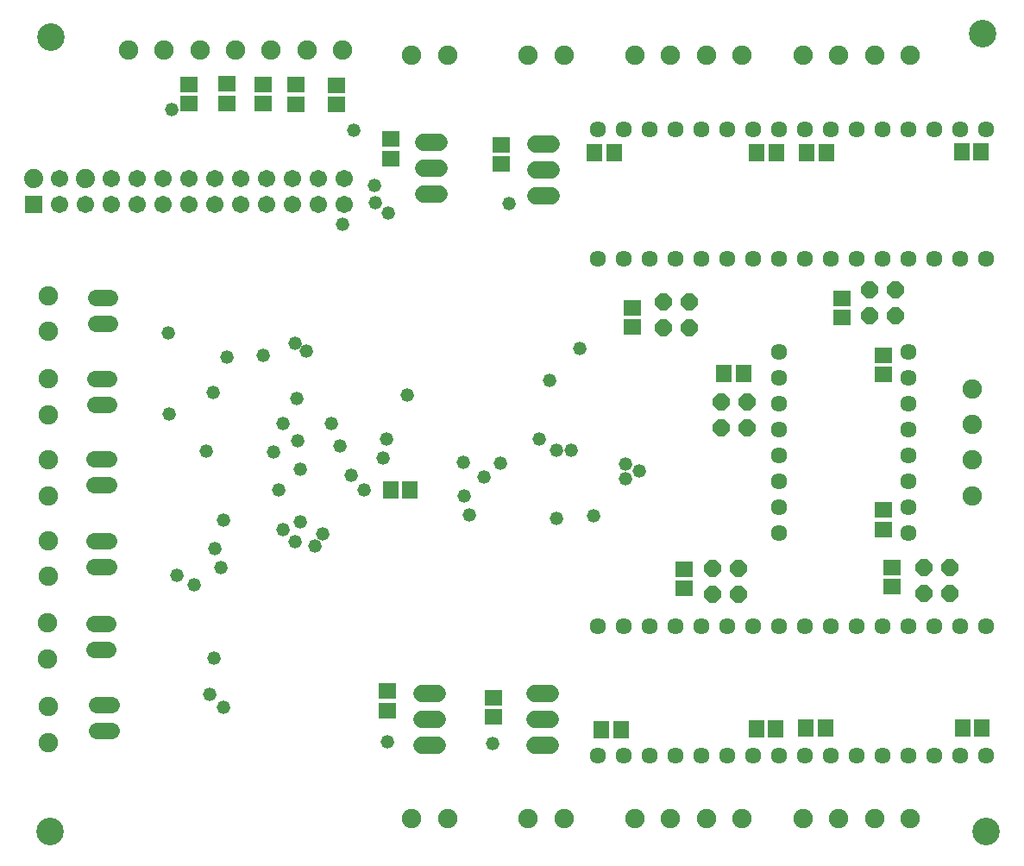
<source format=gbs>
G75*
%MOIN*%
%OFA0B0*%
%FSLAX24Y24*%
%IPPOS*%
%LPD*%
%AMOC8*
5,1,8,0,0,1.08239X$1,22.5*
%
%ADD10R,0.0674X0.0674*%
%ADD11C,0.0740*%
%ADD12C,0.0674*%
%ADD13C,0.0634*%
%ADD14R,0.0671X0.0592*%
%ADD15OC8,0.0640*%
%ADD16R,0.0592X0.0671*%
%ADD17C,0.0749*%
%ADD18C,0.0640*%
%ADD19C,0.0680*%
%ADD20C,0.1064*%
%ADD21C,0.0520*%
D10*
X006960Y026188D03*
D11*
X006960Y027188D03*
X008960Y027188D03*
D12*
X007960Y027188D03*
X007960Y026188D03*
X008960Y026188D03*
X009960Y026188D03*
X009960Y027188D03*
X010960Y027188D03*
X011960Y027188D03*
X012960Y027188D03*
X013960Y027188D03*
X014960Y027188D03*
X015960Y027188D03*
X015960Y026188D03*
X014960Y026188D03*
X013960Y026188D03*
X012960Y026188D03*
X011960Y026188D03*
X010960Y026188D03*
X016960Y026188D03*
X017960Y026188D03*
X018960Y026188D03*
X018960Y027188D03*
X017960Y027188D03*
X016960Y027188D03*
D13*
X028748Y029073D03*
X029748Y029073D03*
X030748Y029073D03*
X031748Y029073D03*
X032748Y029073D03*
X033748Y029073D03*
X034748Y029073D03*
X035748Y029073D03*
X036748Y029073D03*
X037748Y029073D03*
X038748Y029073D03*
X039748Y029073D03*
X040748Y029073D03*
X041748Y029073D03*
X042748Y029073D03*
X043748Y029073D03*
X043748Y024073D03*
X042748Y024073D03*
X041748Y024073D03*
X040748Y024073D03*
X039748Y024073D03*
X038748Y024073D03*
X037748Y024073D03*
X036748Y024073D03*
X035748Y024073D03*
X034748Y024073D03*
X033748Y024073D03*
X032748Y024073D03*
X031748Y024073D03*
X030748Y024073D03*
X029748Y024073D03*
X028748Y024073D03*
X035748Y020482D03*
X035748Y019482D03*
X035748Y018482D03*
X035748Y017482D03*
X035748Y016482D03*
X035748Y015482D03*
X035748Y014482D03*
X035748Y013482D03*
X035748Y009892D03*
X034748Y009892D03*
X033748Y009892D03*
X032748Y009892D03*
X031748Y009892D03*
X030748Y009892D03*
X029748Y009892D03*
X028748Y009892D03*
X028748Y004892D03*
X029748Y004892D03*
X030748Y004892D03*
X031748Y004892D03*
X032748Y004892D03*
X033748Y004892D03*
X034748Y004892D03*
X035748Y004892D03*
X036748Y004892D03*
X037748Y004892D03*
X038748Y004892D03*
X039748Y004892D03*
X040748Y004892D03*
X041748Y004892D03*
X042748Y004892D03*
X043748Y004892D03*
X043748Y009892D03*
X042748Y009892D03*
X041748Y009892D03*
X040748Y009892D03*
X039748Y009892D03*
X038748Y009892D03*
X037748Y009892D03*
X036748Y009892D03*
X040748Y013482D03*
X040748Y014482D03*
X040748Y015482D03*
X040748Y016482D03*
X040748Y017482D03*
X040748Y018482D03*
X040748Y019482D03*
X040748Y020482D03*
D14*
X039788Y020358D03*
X039788Y019610D03*
X038195Y021805D03*
X038195Y022553D03*
X030095Y022189D03*
X030095Y021441D03*
X025018Y027735D03*
X025018Y028483D03*
X020752Y028697D03*
X020752Y027949D03*
X018662Y030038D03*
X018662Y030786D03*
X017075Y030807D03*
X017075Y030059D03*
X015823Y030071D03*
X015823Y030819D03*
X014420Y030838D03*
X014420Y030090D03*
X012963Y030073D03*
X012963Y030821D03*
X032067Y012088D03*
X032067Y011340D03*
X024713Y007122D03*
X024713Y006374D03*
X020624Y006620D03*
X020624Y007368D03*
X040105Y011411D03*
X040105Y012159D03*
X039783Y013621D03*
X039783Y014369D03*
D15*
X041355Y012142D03*
X042355Y012142D03*
X042355Y011142D03*
X041355Y011142D03*
X034166Y011122D03*
X033166Y011122D03*
X033166Y012122D03*
X034166Y012122D03*
X034520Y017545D03*
X033520Y017545D03*
X033520Y018545D03*
X034520Y018545D03*
X032295Y021416D03*
X031295Y021416D03*
X031295Y022416D03*
X032295Y022416D03*
X039248Y022876D03*
X039248Y021876D03*
X040248Y021876D03*
X040248Y022876D03*
D16*
X034368Y019658D03*
X033620Y019658D03*
X034888Y028186D03*
X035636Y028186D03*
X036829Y028168D03*
X037577Y028168D03*
X042806Y028199D03*
X043554Y028199D03*
X029372Y028187D03*
X028624Y028187D03*
X021497Y015142D03*
X020749Y015142D03*
X028896Y005891D03*
X029644Y005891D03*
X034869Y005906D03*
X035617Y005906D03*
X036796Y005927D03*
X037544Y005927D03*
X042836Y005934D03*
X043584Y005934D03*
D17*
X040815Y002431D03*
X039437Y002431D03*
X038059Y002431D03*
X036681Y002431D03*
X034315Y002431D03*
X032937Y002431D03*
X031559Y002431D03*
X030181Y002431D03*
X027437Y002431D03*
X026059Y002431D03*
X022937Y002431D03*
X021559Y002431D03*
X007500Y005392D03*
X007500Y006770D03*
X007494Y008619D03*
X007494Y009997D03*
X007511Y011808D03*
X007511Y013185D03*
X007513Y014924D03*
X007513Y016302D03*
X007501Y018050D03*
X007501Y019428D03*
X007515Y021263D03*
X007515Y022641D03*
X010619Y032159D03*
X011997Y032159D03*
X013375Y032159D03*
X014753Y032159D03*
X016131Y032159D03*
X017509Y032159D03*
X018887Y032159D03*
X021559Y031927D03*
X022937Y031927D03*
X026059Y031927D03*
X027437Y031927D03*
X030181Y031927D03*
X031559Y031927D03*
X032937Y031927D03*
X034315Y031927D03*
X036681Y031927D03*
X038059Y031927D03*
X039437Y031927D03*
X040815Y031927D03*
X043209Y019049D03*
X043209Y017671D03*
X043209Y016293D03*
X043209Y014915D03*
D18*
X009842Y015334D02*
X009282Y015334D01*
X009282Y016334D02*
X009842Y016334D01*
X009860Y018439D02*
X009300Y018439D01*
X009300Y019439D02*
X009860Y019439D01*
X009897Y021577D02*
X009337Y021577D01*
X009337Y022577D02*
X009897Y022577D01*
X009844Y013182D02*
X009284Y013182D01*
X009284Y012182D02*
X009844Y012182D01*
X009829Y009992D02*
X009269Y009992D01*
X009269Y008992D02*
X009829Y008992D01*
X009938Y006845D02*
X009378Y006845D01*
X009378Y005845D02*
X009938Y005845D01*
D19*
X021948Y006272D02*
X022548Y006272D01*
X022548Y007272D02*
X021948Y007272D01*
X021948Y005272D02*
X022548Y005272D01*
X026323Y005267D02*
X026923Y005267D01*
X026923Y006267D02*
X026323Y006267D01*
X026323Y007267D02*
X026923Y007267D01*
X026964Y026515D02*
X026364Y026515D01*
X026364Y027515D02*
X026964Y027515D01*
X026964Y028515D02*
X026364Y028515D01*
X022611Y028581D02*
X022011Y028581D01*
X022011Y027581D02*
X022611Y027581D01*
X022611Y026581D02*
X022011Y026581D01*
D20*
X007595Y001946D03*
X043735Y001939D03*
X043615Y032760D03*
X007605Y032658D03*
D21*
X012279Y029859D03*
X018885Y025418D03*
X020154Y026232D03*
X020632Y025844D03*
X020124Y026893D03*
X019299Y029040D03*
X025305Y026204D03*
X028038Y020623D03*
X026877Y019365D03*
X026469Y017098D03*
X027152Y016683D03*
X027718Y016679D03*
X029823Y016150D03*
X030353Y015860D03*
X029823Y015565D03*
X028568Y014141D03*
X027143Y014034D03*
X024967Y016191D03*
X024342Y015654D03*
X023550Y016215D03*
X023568Y014904D03*
X023777Y014174D03*
X020436Y016387D03*
X020591Y017100D03*
X018774Y016832D03*
X018464Y017702D03*
X017137Y017046D03*
X016593Y017713D03*
X017106Y018680D03*
X015799Y020332D03*
X017035Y020816D03*
X017474Y020518D03*
X014400Y020269D03*
X013885Y018915D03*
X012190Y018074D03*
X013606Y016639D03*
X016225Y016594D03*
X017249Y015942D03*
X016426Y015152D03*
X017249Y013919D03*
X016590Y013622D03*
X017044Y013140D03*
X017799Y012976D03*
X018105Y013454D03*
X019715Y015149D03*
X019204Y015694D03*
X021367Y018809D03*
X014281Y013986D03*
X013942Y012889D03*
X014183Y012144D03*
X013142Y011492D03*
X012482Y011848D03*
X013931Y008642D03*
X013740Y007228D03*
X014276Y006753D03*
X020624Y005411D03*
X024696Y005330D03*
X012136Y021193D03*
M02*

</source>
